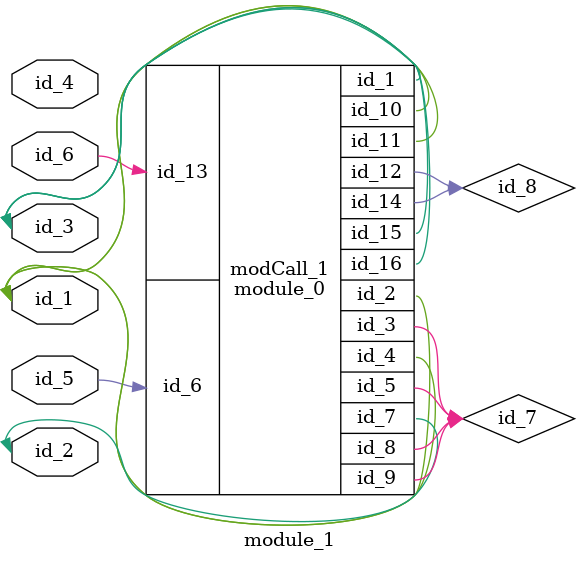
<source format=v>
module module_0 (
    id_1,
    id_2,
    id_3,
    id_4,
    id_5,
    id_6,
    id_7,
    id_8,
    id_9,
    id_10,
    id_11,
    id_12,
    id_13,
    id_14,
    id_15,
    id_16
);
  output wire id_16;
  output wire id_15;
  output wire id_14;
  input wire id_13;
  inout wire id_12;
  inout wire id_11;
  inout wire id_10;
  output wire id_9;
  output wire id_8;
  output wire id_7;
  input wire id_6;
  inout wire id_5;
  output wire id_4;
  inout wire id_3;
  output wire id_2;
  inout wire id_1;
  wand id_17 = 1;
  assign id_2 = id_11;
endmodule
module module_1 (
    id_1,
    id_2,
    id_3,
    id_4,
    id_5,
    id_6
);
  input wire id_6;
  input wire id_5;
  input wire id_4;
  inout wire id_3;
  inout wire id_2;
  inout wire id_1;
  wire id_7;
  wire id_8;
  module_0 modCall_1 (
      id_3,
      id_1,
      id_7,
      id_1,
      id_7,
      id_5,
      id_2,
      id_7,
      id_7,
      id_1,
      id_1,
      id_8,
      id_6,
      id_8,
      id_3,
      id_3
  );
  wire id_9;
endmodule

</source>
